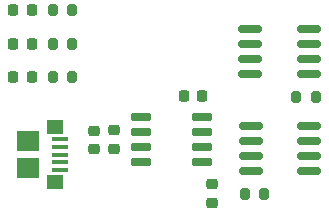
<source format=gbr>
%TF.GenerationSoftware,KiCad,Pcbnew,7.0.2*%
%TF.CreationDate,2023-06-02T20:19:36-04:00*%
%TF.ProjectId,Zaelio_USB_YHP,5a61656c-696f-45f5-9553-425f5948502e,rev?*%
%TF.SameCoordinates,Original*%
%TF.FileFunction,Paste,Top*%
%TF.FilePolarity,Positive*%
%FSLAX46Y46*%
G04 Gerber Fmt 4.6, Leading zero omitted, Abs format (unit mm)*
G04 Created by KiCad (PCBNEW 7.0.2) date 2023-06-02 20:19:36*
%MOMM*%
%LPD*%
G01*
G04 APERTURE LIST*
G04 Aperture macros list*
%AMRoundRect*
0 Rectangle with rounded corners*
0 $1 Rounding radius*
0 $2 $3 $4 $5 $6 $7 $8 $9 X,Y pos of 4 corners*
0 Add a 4 corners polygon primitive as box body*
4,1,4,$2,$3,$4,$5,$6,$7,$8,$9,$2,$3,0*
0 Add four circle primitives for the rounded corners*
1,1,$1+$1,$2,$3*
1,1,$1+$1,$4,$5*
1,1,$1+$1,$6,$7*
1,1,$1+$1,$8,$9*
0 Add four rect primitives between the rounded corners*
20,1,$1+$1,$2,$3,$4,$5,0*
20,1,$1+$1,$4,$5,$6,$7,0*
20,1,$1+$1,$6,$7,$8,$9,0*
20,1,$1+$1,$8,$9,$2,$3,0*%
G04 Aperture macros list end*
%ADD10RoundRect,0.150000X-0.725000X-0.150000X0.725000X-0.150000X0.725000X0.150000X-0.725000X0.150000X0*%
%ADD11RoundRect,0.200000X0.200000X0.275000X-0.200000X0.275000X-0.200000X-0.275000X0.200000X-0.275000X0*%
%ADD12RoundRect,0.218750X-0.218750X-0.256250X0.218750X-0.256250X0.218750X0.256250X-0.218750X0.256250X0*%
%ADD13RoundRect,0.225000X0.225000X0.250000X-0.225000X0.250000X-0.225000X-0.250000X0.225000X-0.250000X0*%
%ADD14RoundRect,0.150000X0.825000X0.150000X-0.825000X0.150000X-0.825000X-0.150000X0.825000X-0.150000X0*%
%ADD15RoundRect,0.150000X-0.825000X-0.150000X0.825000X-0.150000X0.825000X0.150000X-0.825000X0.150000X0*%
%ADD16RoundRect,0.200000X-0.200000X-0.275000X0.200000X-0.275000X0.200000X0.275000X-0.200000X0.275000X0*%
%ADD17RoundRect,0.225000X-0.250000X0.225000X-0.250000X-0.225000X0.250000X-0.225000X0.250000X0.225000X0*%
%ADD18R,1.400000X0.400000*%
%ADD19R,1.450000X1.150000*%
%ADD20R,1.900000X1.750000*%
G04 APERTURE END LIST*
D10*
%TO.C,U4*%
X123415000Y-57255000D03*
X123415000Y-58525000D03*
X123415000Y-59795000D03*
X123415000Y-61065000D03*
X128565000Y-61065000D03*
X128565000Y-59795000D03*
X128565000Y-58525000D03*
X128565000Y-57255000D03*
%TD*%
D11*
%TO.C,R4*%
X117580000Y-51060000D03*
X115930000Y-51060000D03*
%TD*%
D12*
%TO.C,D2*%
X112582500Y-51080000D03*
X114157500Y-51080000D03*
%TD*%
D13*
%TO.C,C1*%
X128585000Y-55510000D03*
X127035000Y-55510000D03*
%TD*%
D12*
%TO.C,D1*%
X112582500Y-48220000D03*
X114157500Y-48220000D03*
%TD*%
D14*
%TO.C,U1*%
X137615000Y-53615000D03*
X137615000Y-52345000D03*
X137615000Y-51075000D03*
X137615000Y-49805000D03*
X132665000Y-49805000D03*
X132665000Y-51075000D03*
X132665000Y-52345000D03*
X132665000Y-53615000D03*
%TD*%
D15*
%TO.C,U2*%
X132735000Y-58005000D03*
X132735000Y-59275000D03*
X132735000Y-60545000D03*
X132735000Y-61815000D03*
X137685000Y-61815000D03*
X137685000Y-60545000D03*
X137685000Y-59275000D03*
X137685000Y-58005000D03*
%TD*%
D16*
%TO.C,R2*%
X132185000Y-63740000D03*
X133835000Y-63740000D03*
%TD*%
D17*
%TO.C,C3*%
X119480000Y-58405000D03*
X119480000Y-59955000D03*
%TD*%
D12*
%TO.C,D3*%
X112582500Y-53900000D03*
X114157500Y-53900000D03*
%TD*%
D11*
%TO.C,R3*%
X117580000Y-48220000D03*
X115930000Y-48220000D03*
%TD*%
D17*
%TO.C,C4*%
X121150000Y-58395000D03*
X121150000Y-59945000D03*
%TD*%
D18*
%TO.C,J2*%
X116530000Y-59145000D03*
X116530000Y-59795000D03*
X116530000Y-60445000D03*
X116530000Y-61095000D03*
X116530000Y-61745000D03*
D19*
X116110000Y-58125000D03*
D20*
X113880000Y-59320000D03*
X113880000Y-61570000D03*
D19*
X116110000Y-62765000D03*
%TD*%
D11*
%TO.C,R5*%
X117580000Y-53900000D03*
X115930000Y-53900000D03*
%TD*%
D16*
%TO.C,R1*%
X136560000Y-55550000D03*
X138210000Y-55550000D03*
%TD*%
D17*
%TO.C,C2*%
X129470000Y-62955000D03*
X129470000Y-64505000D03*
%TD*%
M02*

</source>
